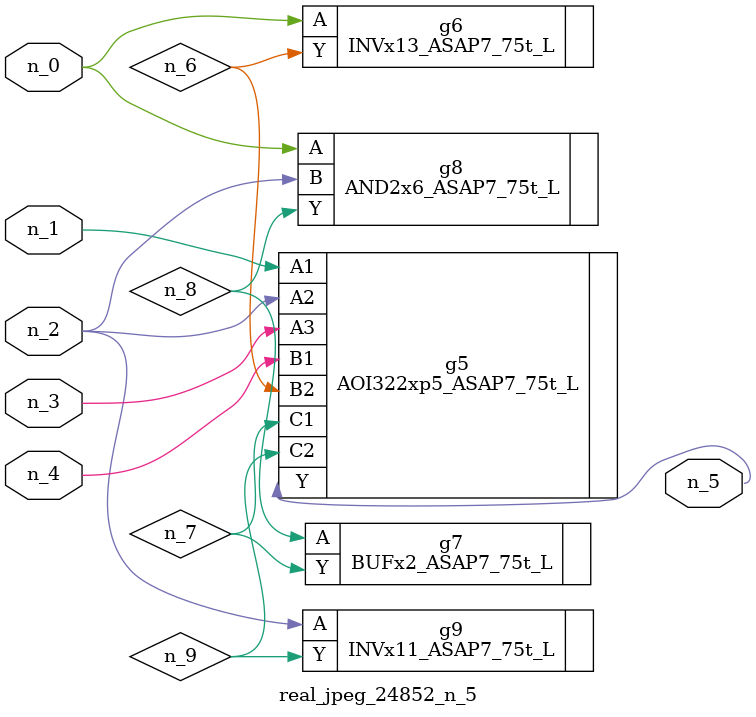
<source format=v>
module real_jpeg_24852_n_5 (n_4, n_0, n_1, n_2, n_3, n_5);

input n_4;
input n_0;
input n_1;
input n_2;
input n_3;

output n_5;

wire n_8;
wire n_6;
wire n_7;
wire n_9;

INVx13_ASAP7_75t_L g6 ( 
.A(n_0),
.Y(n_6)
);

AND2x6_ASAP7_75t_L g8 ( 
.A(n_0),
.B(n_2),
.Y(n_8)
);

AOI322xp5_ASAP7_75t_L g5 ( 
.A1(n_1),
.A2(n_2),
.A3(n_3),
.B1(n_4),
.B2(n_6),
.C1(n_7),
.C2(n_9),
.Y(n_5)
);

INVx11_ASAP7_75t_L g9 ( 
.A(n_2),
.Y(n_9)
);

BUFx2_ASAP7_75t_L g7 ( 
.A(n_8),
.Y(n_7)
);


endmodule
</source>
